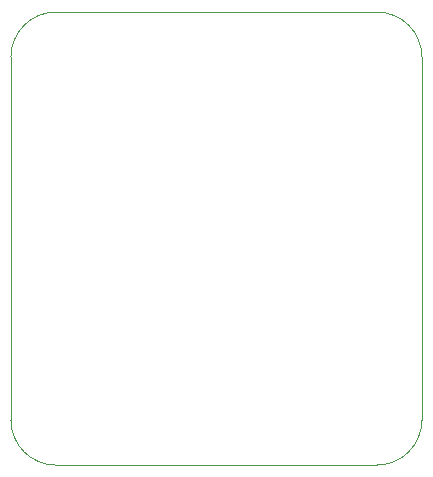
<source format=gm1>
G04 #@! TF.GenerationSoftware,KiCad,Pcbnew,(6.0.0)*
G04 #@! TF.CreationDate,2022-11-09T00:12:50-05:00*
G04 #@! TF.ProjectId,chip select multiplexer,63686970-2073-4656-9c65-6374206d756c,rev?*
G04 #@! TF.SameCoordinates,Original*
G04 #@! TF.FileFunction,Profile,NP*
%FSLAX46Y46*%
G04 Gerber Fmt 4.6, Leading zero omitted, Abs format (unit mm)*
G04 Created by KiCad (PCBNEW (6.0.0)) date 2022-11-09 00:12:50*
%MOMM*%
%LPD*%
G01*
G04 APERTURE LIST*
G04 #@! TA.AperFunction,Profile*
%ADD10C,0.100000*%
G04 #@! TD*
G04 APERTURE END LIST*
D10*
X150114000Y-108458000D02*
G75*
G03*
X153924000Y-104648000I1J3809999D01*
G01*
X119126000Y-104648000D02*
G75*
G03*
X122936000Y-108458000I3809999J-1D01*
G01*
X123952000Y-108458000D02*
X122936000Y-108458000D01*
X119126000Y-104648000D02*
X119126000Y-75438000D01*
X122936000Y-70104000D02*
G75*
G03*
X119126000Y-73914000I-1J-3809999D01*
G01*
X150114000Y-108458000D02*
X123952000Y-108458000D01*
X153924000Y-85090000D02*
X153924000Y-98806000D01*
X153924000Y-73914000D02*
X153924000Y-85090000D01*
X153924000Y-98806000D02*
X153924000Y-104648000D01*
X122936000Y-70104000D02*
X150114000Y-70104000D01*
X119126000Y-75438000D02*
X119126000Y-73914000D01*
X153924000Y-73914000D02*
G75*
G03*
X150114000Y-70104000I-3809999J1D01*
G01*
M02*

</source>
